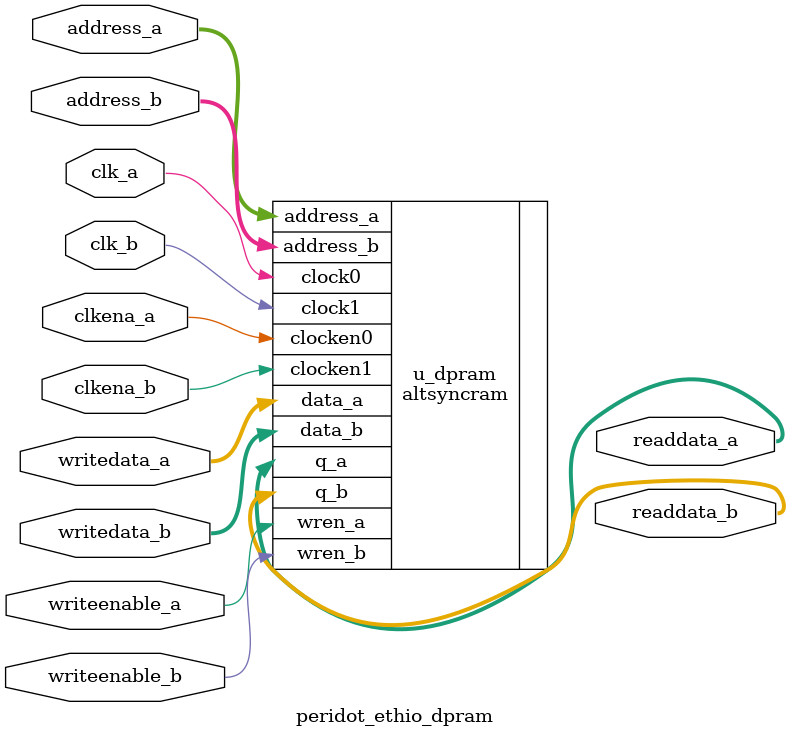
<source format=v>

`default_nettype none

module peridot_ethio_dpram #(
	parameter RAM_NUMWORD_BITWIDTH	= 14,		// メモリのワード数 = 2^RAM_NUMWORD_BITWIDTH (8～14)
	parameter RAM_READOUT_REGISTER	= "ON"		// 読み出しレジスタの有無 "ON"=あり / "OFF"=なし
) (
	input wire			clk_a,
	input wire			clkena_a,
	input wire  [RAM_NUMWORD_BITWIDTH-1:0]	address_a,
	input wire  [7:0]	writedata_a,
	input wire			writeenable_a,
	output wire [7:0]	readdata_a,			// RAM_READOUT_REGISTER : "ON"=registered / "OFF"=unregisterd

	input wire			clk_b,
	input wire			clkena_b,
	input wire  [RAM_NUMWORD_BITWIDTH-1:0]	address_b,
	input wire  [7:0]	writedata_b,
	input wire  		writeenable_b,
	output wire [7:0]	readdata_b			// RAM_READOUT_REGISTER : "ON"=registered / "OFF"=unregisterd
);


/* ===== 外部変更可能パラメータ ========== */



/* ----- 内部パラメータ ------------------ */

// Vivado用インスタンスをするオプション 
//`define GENERATE_VIVADO_XPM

// GowinEDA用インスタンスをするオプション 
//`define GENERATE_GOWINEDA


/* ===== モジュール構造記述 ============== */

	// QuartusPrime用インスタンス (Cyclone III/IV/V/10LP, MAX10)

`ifdef GENERATE_VIVADO_XPM
`elsif GENERATE_GOWINEDA
`else
	localparam DPRAM_OUTDATA_REG_A	= (RAM_READOUT_REGISTER == "ON")? "CLOCK0" : "UNREGISTERED";
	localparam DPRAM_OUTDATA_REG_B	= (RAM_READOUT_REGISTER == "ON")? "CLOCK1" : "UNREGISTERED";

	localparam DPRAM_ENA_OUTPUT_A	= (RAM_READOUT_REGISTER == "ON")? "NORMAL" : "BYPASS";
	localparam DPRAM_ENA_OUTPUT_B	= (RAM_READOUT_REGISTER == "ON")? "NORMAL" : "BYPASS";

	altsyncram #(
		.lpm_type				("altsyncram"),
		.operation_mode			("BIDIR_DUAL_PORT"),
		.width_a				(8),
		.widthad_a				(RAM_NUMWORD_BITWIDTH),
		.numwords_a				(2**RAM_NUMWORD_BITWIDTH),
		.outdata_reg_a			(DPRAM_OUTDATA_REG_A),
		.clock_enable_input_a	("NORMAL"),
		.clock_enable_output_a	(DPRAM_ENA_OUTPUT_A),
		.width_b				(8),
		.widthad_b				(RAM_NUMWORD_BITWIDTH),
		.numwords_b				(2**RAM_NUMWORD_BITWIDTH),
		.outdata_reg_b			(DPRAM_OUTDATA_REG_B),
		.clock_enable_input_b	("NORMAL"),
		.clock_enable_output_b	(DPRAM_ENA_OUTPUT_B),
		.address_reg_b			("CLOCK1"),
		.indata_reg_b			("CLOCK1"),
		.wrcontrol_wraddress_reg_b ("CLOCK1")
	)
	u_dpram (
		.clock0			(clk_a),
		.clocken0		(clkena_a),
		.address_a		(address_a),
		.data_a			(writedata_a),
		.wren_a			(writeenable_a),
		.q_a			(readdata_a),

		.clock1			(clk_b),
		.clocken1		(clkena_b),
		.address_b		(address_b),
		.data_b			(writedata_b),
		.wren_b			(writeenable_b),
		.q_b			(readdata_b)
	);
`endif


	// Vivado用インスタンス (Vivado XPM support)

`ifdef GENERATE_VIVADO_XPM
	localparam DPRAM_READ_LATENCY	= (RAM_READOUT_REGISTER == "ON")? 2 : 1;

	xpm_memory_tdpram #(
		.ADDR_WIDTH_A		(RAM_NUMWORD_BITWIDTH),
		.ADDR_WIDTH_B		(RAM_NUMWORD_BITWIDTH),
		.BYTE_WRITE_WIDTH_A	(8),
		.BYTE_WRITE_WIDTH_B	(8),
		.CLOCKING_MODE		("independent_clock"),
		.MEMORY_SIZE		(2**(RAM_NUMWORD_BITWIDTH+3)),
		.READ_DATA_WIDTH_A	(8),
		.READ_DATA_WIDTH_B	(8),
		.READ_LATENCY_A		(DPRAM_READ_LATENCY),
		.READ_LATENCY_B		(DPRAM_READ_LATENCY),
		.WRITE_DATA_WIDTH_A	(8),
		.WRITE_DATA_WIDTH_B	(8)
	)
	u_dpram (
		.clka			(clk_a),
		.ena			(clkena_a),
		.addra			(address_a),
		.dina			(writedata_a),
		.wea			({writeenable_a}),
		.douta			(readdata_a),

		.clkb			(clk_b),
		.enb			(clkena_b),
		.addrb			(address_b),
		.dinb			(writedata_b),
		.web			({writeenable_b}),
		.doutb			(readdata_b),

		.rsta			(1'b0),
		.rstb			(1'b0),
		.regcea			(1'b1),
		.regceb			(1'b1),
		.injectdbiterra	(1'b0),
		.injectdbiterrb	(1'b0),
		.injectsbiterra	(1'b0),
		.injectsbiterrb	(1'b0),
		.sleep			(1'b0)
	);
`endif


	// GowinEDA用インスタンス (GW1N,GW2A)

`ifdef GENERATE_GOWINEDA
	localparam DPRAM_BITWIDTH =	(RAM_NUMWORD_BITWIDTH >= 14)? 1 :
								(RAM_NUMWORD_BITWIDTH == 13)? 2 :
								(RAM_NUMWORD_BITWIDTH == 12)? 4 :
								8;
	localparam DPRAM_ADDRBIT =	(RAM_NUMWORD_BITWIDTH >= 14)? 16 :
								(RAM_NUMWORD_BITWIDTH == 13)? 15 :
								(RAM_NUMWORD_BITWIDTH == 12)? 14 :
								13;
	localparam DPRAM_INSTNUM = 	8 / DPRAM_BITWIDTH;
	localparam DPRAM_READ_MODE = (RAM_READOUT_REGISTER == "ON")? 1'b1 : 1'b0;

	wire [16:0]		address_a_sig = {address_a, 3'b000};
	wire [16:0]		address_b_sig = {address_b, 3'b000};

	wire [15:0]		readdata_a_sig[DPRAM_INSTNUM-1:0];
	wire [15:0]		readdata_b_sig[DPRAM_INSTNUM-1:0];
	wire [15:0]		writedata_a_sig[DPRAM_INSTNUM-1:0];
	wire [15:0]		writedata_b_sig[DPRAM_INSTNUM-1:0];

	genvar	i;

	generate
	for(i=0 ; i<DPRAM_INSTNUM ; i=i+1) begin : u_dpram

		assign writedata_a_sig[i] = {{(16-DPRAM_BITWIDTH){1'b0}}, writedata_a[(i+1)*DPRAM_BITWIDTH-1 -: DPRAM_BITWIDTH]};
		assign writedata_b_sig[i] = {{(16-DPRAM_BITWIDTH){1'b0}}, writedata_b[(i+1)*DPRAM_BITWIDTH-1 -: DPRAM_BITWIDTH]};
		assign readdata_a[(i+1)*DPRAM_BITWIDTH-1 -: DPRAM_BITWIDTH] = readdata_a_sig[i][DPRAM_BITWIDTH-1:0];
		assign readdata_b[(i+1)*DPRAM_BITWIDTH-1 -: DPRAM_BITWIDTH] = readdata_b_sig[i][DPRAM_BITWIDTH-1:0];

		DPB #(
			.BIT_WIDTH_0	(DPRAM_BITWIDTH),
			.BIT_WIDTH_1	(DPRAM_BITWIDTH),
			.READ_MODE0		(DPRAM_READ_MODE),
			.READ_MODE1		(DPRAM_READ_MODE),
			.WRITE_MODE0	(2'b00),	// normal
			.WRITE_MODE1	(2'b00),	// normal
			.BLK_SEL_0		(3'b000),
			.BLK_SEL_1		(3'b000),
			.RESET_MODE		("SYNC")
		)
		u (
			.CLKA		(clk_a),
			.CEA		(clkena_a),
			.OCEA		(clkena_a),
			.ADA		(address_a_sig[DPRAM_ADDRBIT -: 14]),
			.DIA		(writedata_a_sig[i]),
			.WREA		(writeenable_a),
			.DOA		(readdata_a_sig[i]),

			.CLKB		(clk_b),
			.CEB		(clkena_b),
			.OCEB		(clkena_b),
			.ADB		(address_b_sig[DPRAM_ADDRBIT -: 14]),
			.DIB		(writedata_b_sig[i]),
			.WREB		(writeenable_b),
			.DOB		(readdata_b_sig[i]),

			.RESETA		(1'b0),
			.RESETB		(1'b0),
			.BLKSELA	(3'b000),
			.BLKSELB	(3'b000)
		);
	end
	endgenerate
`endif



endmodule

`default_nettype wire

</source>
